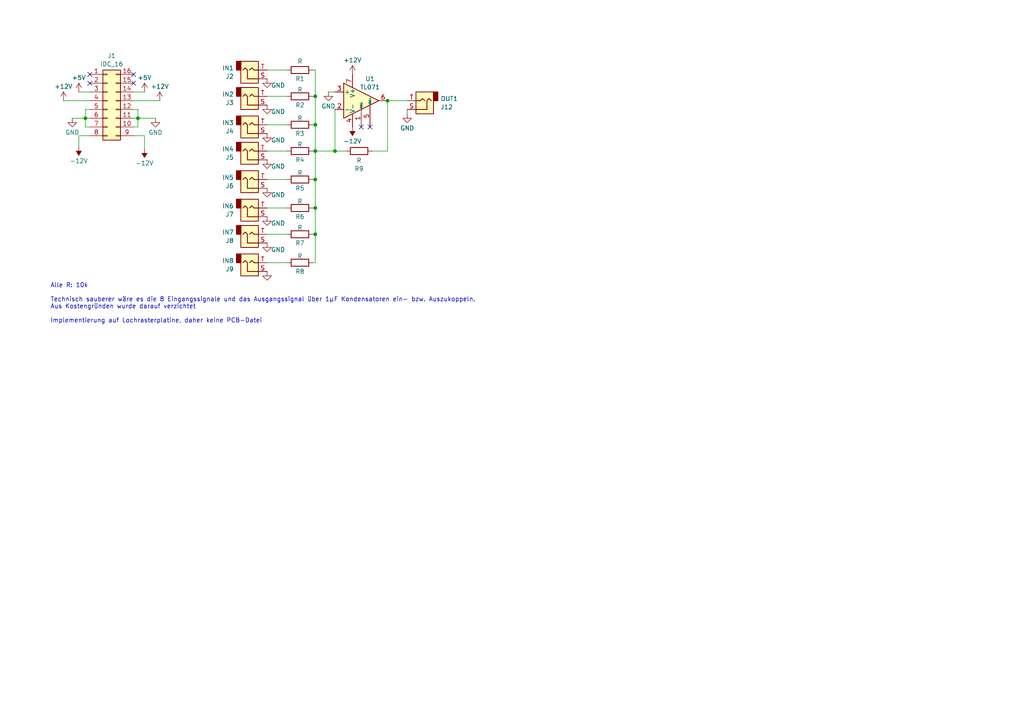
<source format=kicad_sch>
(kicad_sch (version 20230121) (generator eeschema)
  (paper "A4")
  (title_block (title "Summierer"))
  (lib_symbols
    (symbol "Amplifier_Operational:TL071" (pin_names (offset 0.127))
      (property "Reference" "U" (at 0 6.35 0))
      (property "Value" "TL071" (at 0 3.81 0))
      (symbol "TL071_0_1"
        (polyline (pts (xy -5.08 5.08) (xy 5.08 0) (xy -5.08 -5.08) (xy -5.08 5.08)) (stroke (width 0.254)) (fill (type background)))
      )
      (symbol "TL071_1_1"
        (pin input line (at 0 -7.62 90) (length 5.08) (name "NULL") (number "1"))
        (pin input line (at -7.62 -2.54 0) (length 2.54) (name "-") (number "2"))
        (pin input line (at -7.62 2.54 0) (length 2.54) (name "+") (number "3"))
        (pin power_in line (at -2.54 -7.62 90) (length 3.81) (name "V-") (number "4"))
        (pin input line (at 2.54 -7.62 90) (length 6.35) (name "NULL") (number "5"))
        (pin output line (at 7.62 0 180) (length 2.54) (name "~") (number "6"))
        (pin power_in line (at -2.54 7.62 270) (length 3.81) (name "V+") (number "7"))
        (pin no_connect line (at 0 2.54 270) (length 2.54) hide (name "NC") (number "8"))
      )
    )
    (symbol "Connector_Audio:AudioJack2"
      (property "Reference" "J" (at 0 8.89 0))
      (property "Value" "AudioJack2" (at 0 6.35 0))
      (symbol "AudioJack2_0_1"
        (rectangle (start -3.81 0) (end -2.54 -2.54) (stroke (width 0.254)) (fill (type outline)))
        (rectangle (start -2.54 3.81) (end 2.54 -2.54) (stroke (width 0.254)) (fill (type background)))
        (polyline (pts (xy 0 0) (xy 0.635 -0.635) (xy 1.27 0) (xy 2.54 0)) (stroke (width 0.254)))
        (polyline (pts (xy 2.54 2.54) (xy -0.635 2.54) (xy -0.635 0) (xy -1.27 -0.635) (xy -1.905 0)) (stroke (width 0.254)))
      )
      (symbol "AudioJack2_1_1"
        (pin passive line (at 5.08 2.54 180) (length 2.54) (name "~") (number "S"))
        (pin passive line (at 5.08 0 180) (length 2.54) (name "~") (number "T"))
      )
    )
    (symbol "Connector_Generic:Conn_02x08_Counter_Clockwise" (pin_names (offset 1.016) hide)
      (property "Reference" "J" (at 1.27 10.16 0))
      (property "Value" "Conn_02x08_Counter_Clockwise" (at 1.27 -12.7 0))
      (symbol "Conn_02x08_Counter_Clockwise_1_1"
        (rectangle (start -1.27 -10.033) (end 0 -10.287) (stroke (width 0.1524)))
        (rectangle (start -1.27 -7.493) (end 0 -7.747) (stroke (width 0.1524)))
        (rectangle (start -1.27 -4.953) (end 0 -5.207) (stroke (width 0.1524)))
        (rectangle (start -1.27 -2.413) (end 0 -2.667) (stroke (width 0.1524)))
        (rectangle (start -1.27 0.127) (end 0 -0.127) (stroke (width 0.1524)))
        (rectangle (start -1.27 2.667) (end 0 2.413) (stroke (width 0.1524)))
        (rectangle (start -1.27 5.207) (end 0 4.953) (stroke (width 0.1524)))
        (rectangle (start -1.27 7.747) (end 0 7.493) (stroke (width 0.1524)))
        (rectangle (start -1.27 8.89) (end 3.81 -11.43) (stroke (width 0.254)) (fill (type background)))
        (rectangle (start 3.81 -10.033) (end 2.54 -10.287) (stroke (width 0.1524)))
        (rectangle (start 3.81 -7.493) (end 2.54 -7.747) (stroke (width 0.1524)))
        (rectangle (start 3.81 -4.953) (end 2.54 -5.207) (stroke (width 0.1524)))
        (rectangle (start 3.81 -2.413) (end 2.54 -2.667) (stroke (width 0.1524)))
        (rectangle (start 3.81 0.127) (end 2.54 -0.127) (stroke (width 0.1524)))
        (rectangle (start 3.81 2.667) (end 2.54 2.413) (stroke (width 0.1524)))
        (rectangle (start 3.81 5.207) (end 2.54 4.953) (stroke (width 0.1524)))
        (rectangle (start 3.81 7.747) (end 2.54 7.493) (stroke (width 0.1524)))
        (pin passive line (at -5.08 7.62 0) (length 3.81) (name "Pin_1") (number "1"))
        (pin passive line (at 7.62 -7.62 180) (length 3.81) (name "Pin_10") (number "10"))
        (pin passive line (at 7.62 -5.08 180) (length 3.81) (name "Pin_11") (number "11"))
        (pin passive line (at 7.62 -2.54 180) (length 3.81) (name "Pin_12") (number "12"))
        (pin passive line (at 7.62 0 180) (length 3.81) (name "Pin_13") (number "13"))
        (pin passive line (at 7.62 2.54 180) (length 3.81) (name "Pin_14") (number "14"))
        (pin passive line (at 7.62 5.08 180) (length 3.81) (name "Pin_15") (number "15"))
        (pin passive line (at 7.62 7.62 180) (length 3.81) (name "Pin_16") (number "16"))
        (pin passive line (at -5.08 5.08 0) (length 3.81) (name "Pin_2") (number "2"))
        (pin passive line (at -5.08 2.54 0) (length 3.81) (name "Pin_3") (number "3"))
        (pin passive line (at -5.08 0 0) (length 3.81) (name "Pin_4") (number "4"))
        (pin passive line (at -5.08 -2.54 0) (length 3.81) (name "Pin_5") (number "5"))
        (pin passive line (at -5.08 -5.08 0) (length 3.81) (name "Pin_6") (number "6"))
        (pin passive line (at -5.08 -7.62 0) (length 3.81) (name "Pin_7") (number "7"))
        (pin passive line (at -5.08 -10.16 0) (length 3.81) (name "Pin_8") (number "8"))
        (pin passive line (at 7.62 -10.16 180) (length 3.81) (name "Pin_9") (number "9"))
      )
    )
    (symbol "Device:R" (pin_numbers hide) (pin_names (offset 0))
      (property "Reference" "R" (at 2.032 0 90))
      (property "Value" "R" (at 0 0 90))
      (symbol "R_0_1"
        (rectangle (start -1.016 -2.54) (end 1.016 2.54) (stroke (width 0.254)))
      )
      (symbol "R_1_1"
        (pin passive line (at 0 3.81 270) (length 1.27) (name "~") (number "1"))
        (pin passive line (at 0 -3.81 90) (length 1.27) (name "~") (number "2"))
      )
    )
    (symbol "power:+12V" (power) (pin_names (offset 0))
      (property "Value" "+12V" (at 0 3.556 0))
      (symbol "+12V_0_1"
        (polyline (pts (xy -0.762 1.27) (xy 0 2.54)))
        (polyline (pts (xy 0 0) (xy 0 2.54)))
        (polyline (pts (xy 0 2.54) (xy 0.762 1.27)))
      )
      (symbol "+12V_1_1"
        (pin power_in line (at 0 0 90) (length 0) hide (name "+12V") (number "1"))
      )
    )
    (symbol "power:+5V" (power) (pin_names (offset 0))
      (property "Value" "+5V" (at 0 3.556 0))
      (symbol "+5V_0_1"
        (polyline (pts (xy -0.762 1.27) (xy 0 2.54)))
        (polyline (pts (xy 0 0) (xy 0 2.54)))
        (polyline (pts (xy 0 2.54) (xy 0.762 1.27)))
      )
      (symbol "+5V_1_1"
        (pin power_in line (at 0 0 90) (length 0) hide (name "+5V") (number "1"))
      )
    )
    (symbol "power:-12V" (power) (pin_names (offset 0))
      (property "Value" "-12V" (at 0 3.81 0))
      (symbol "-12V_0_0"
        (pin power_in line (at 0 0 90) (length 0) hide (name "-12V") (number "1"))
      )
      (symbol "-12V_0_1"
        (polyline (pts (xy 0 0) (xy 0 1.27) (xy 0.762 1.27) (xy 0 2.54) (xy -0.762 1.27) (xy 0 1.27)) (fill (type outline)))
      )
    )
    (symbol "power:GND" (power) (pin_names (offset 0))
      (property "Value" "GND" (at 0 -3.81 0))
      (symbol "GND_0_1"
        (polyline (pts (xy 0 0) (xy 0 -1.27) (xy 1.27 -1.27) (xy 0 -2.54) (xy -1.27 -1.27) (xy 0 -1.27)))
      )
      (symbol "GND_1_1"
        (pin power_in line (at 0 0 270) (length 0) hide (name "GND") (number "1"))
      )
    )
  )
  (junction (at 112.395 29.21))
  (junction (at 24.765 34.29))
  (junction (at 97.155 43.815))
  (junction (at 91.44 27.94))
  (junction (at 91.44 43.815))
  (junction (at 91.44 36.195))
  (junction (at 40.005 34.29))
  (junction (at 91.44 60.325))
  (junction (at 91.44 52.07))
  (junction (at 91.44 67.945))
  (no_connect (at 26.035 21.59))
  (no_connect (at 38.735 21.59))
  (no_connect (at 107.315 36.83))
  (no_connect (at 26.035 24.13))
  (no_connect (at 38.735 24.13))
  (no_connect (at 104.775 36.83))
  (wire (pts (xy 90.805 60.325) (xy 91.44 60.325)))
  (wire (pts (xy 77.47 27.94) (xy 83.185 27.94)))
  (wire (pts (xy 112.395 29.21) (xy 112.395 43.815)))
  (wire (pts (xy 77.47 20.32) (xy 83.185 20.32)))
  (wire (pts (xy 95.25 26.67) (xy 97.155 26.67)))
  (wire (pts (xy 22.86 42.545) (xy 22.86 39.37)))
  (wire (pts (xy 100.33 43.815) (xy 97.155 43.815)))
  (wire (pts (xy 40.005 34.29) (xy 40.005 36.83)))
  (wire (pts (xy 22.86 39.37) (xy 26.035 39.37)))
  (wire (pts (xy 38.735 36.83) (xy 40.005 36.83)))
  (wire (pts (xy 91.44 36.195) (xy 91.44 27.94)))
  (wire (pts (xy 91.44 27.94) (xy 91.44 20.32)))
  (wire (pts (xy 20.955 34.29) (xy 24.765 34.29)))
  (wire (pts (xy 90.805 36.195) (xy 91.44 36.195)))
  (wire (pts (xy 90.805 52.07) (xy 91.44 52.07)))
  (wire (pts (xy 24.765 34.29) (xy 26.035 34.29)))
  (wire (pts (xy 18.415 29.21) (xy 26.035 29.21)))
  (wire (pts (xy 90.805 76.2) (xy 91.44 76.2)))
  (wire (pts (xy 77.47 60.325) (xy 83.185 60.325)))
  (wire (pts (xy 91.44 20.32) (xy 90.805 20.32)))
  (wire (pts (xy 24.765 36.83) (xy 26.035 36.83)))
  (wire (pts (xy 38.735 29.21) (xy 46.355 29.21)))
  (wire (pts (xy 91.44 67.945) (xy 91.44 60.325)))
  (wire (pts (xy 112.395 43.815) (xy 107.95 43.815)))
  (wire (pts (xy 97.155 43.815) (xy 97.155 31.75)))
  (wire (pts (xy 77.47 67.945) (xy 83.185 67.945)))
  (wire (pts (xy 38.735 31.75) (xy 40.005 31.75)))
  (wire (pts (xy 77.47 43.815) (xy 83.185 43.815)))
  (wire (pts (xy 41.91 39.37) (xy 41.91 43.18)))
  (wire (pts (xy 38.735 34.29) (xy 40.005 34.29)))
  (wire (pts (xy 91.44 43.815) (xy 91.44 36.195)))
  (wire (pts (xy 24.765 31.75) (xy 24.765 34.29)))
  (wire (pts (xy 40.005 34.29) (xy 45.085 34.29)))
  (wire (pts (xy 40.005 31.75) (xy 40.005 34.29)))
  (wire (pts (xy 91.44 76.2) (xy 91.44 67.945)))
  (wire (pts (xy 41.91 39.37) (xy 38.735 39.37)))
  (wire (pts (xy 91.44 60.325) (xy 91.44 52.07)))
  (wire (pts (xy 38.735 26.67) (xy 41.91 26.67)))
  (wire (pts (xy 91.44 43.815) (xy 97.155 43.815)))
  (wire (pts (xy 90.805 43.815) (xy 91.44 43.815)))
  (wire (pts (xy 22.86 26.67) (xy 26.035 26.67)))
  (wire (pts (xy 91.44 52.07) (xy 91.44 43.815)))
  (wire (pts (xy 77.47 52.07) (xy 83.185 52.07)))
  (wire (pts (xy 26.035 31.75) (xy 24.765 31.75)))
  (wire (pts (xy 90.805 67.945) (xy 91.44 67.945)))
  (wire (pts (xy 77.47 76.2) (xy 83.185 76.2)))
  (wire (pts (xy 90.805 27.94) (xy 91.44 27.94)))
  (wire (pts (xy 24.765 34.29) (xy 24.765 36.83)))
  (wire (pts (xy 112.395 29.21) (xy 118.11 29.21)))
  (wire (pts (xy 77.47 36.195) (xy 83.185 36.195)))
  (wire (pts (xy 118.11 31.75) (xy 118.11 33.02)))
  (text "Alle R: 10k\n\nTechnisch sauberer wäre es die 8 Eingangssignale und das Ausgangssignal über 1µF Kondensatoren ein- bzw. Auszukoppeln.\nAus Kostengründen wurde darauf verzichtet\n\nImplementierung auf Lochrasterplatine, daher keine PCB-Datei\n\n" (at 14.605 95.885 0) (effects (font (size 1.27 1.27)) (justify left bottom)))
  (symbol (lib_id "power:GND") (at 77.47 78.74 0) (unit 1)
    (property "Reference" "#PWR016" (effects hide))
    (property "Value" "GND" (effects hide))
  )
  (symbol (lib_id "Connector_Audio:AudioJack2") (at 72.39 52.07 0) (mirror x) (unit 1)
    (property "Reference" "J6" (at 67.818 53.9171 0) (effects (justify right)))
    (property "Value" "IN5" (at 67.818 51.4929 0) (effects (justify right)))
  )
  (symbol (lib_id "power:-12V") (at 41.91 43.18 180) (unit 1)
    (property "Reference" "#PWR01" (effects hide))
    (property "Value" "-12V" (at 41.91 47.3131 0))
  )
  (symbol (lib_id "Connector_Audio:AudioJack2") (at 72.39 67.945 0) (mirror x) (unit 1)
    (property "Reference" "J8" (at 67.818 69.7921 0) (effects (justify right)))
    (property "Value" "IN7" (at 67.818 67.3679 0) (effects (justify right)))
  )
  (symbol (lib_id "power:GND") (at 20.955 34.29 0) (unit 1)
    (property "Reference" "#PWR04" (effects hide))
    (property "Value" "GND" (at 20.955 38.4231 0))
  )
  (symbol (lib_id "Device:R") (at 86.995 76.2 90) (unit 1)
    (property "Reference" "R8" (at 86.995 78.74 90))
    (property "Value" "R" (at 86.995 74.295 90))
  )
  (symbol (lib_id "power:GND") (at 77.47 30.48 0) (unit 1)
    (property "Reference" "#PWR010" (effects hide))
    (property "Value" "GND" (at 80.645 32.385 0))
  )
  (symbol (lib_id "Amplifier_Operational:TL071") (at 104.775 29.21 0) (unit 1)
    (property "Reference" "U1" (at 107.315 22.86 0))
    (property "Value" "TL071" (at 107.315 25.2842 0))
    (property "Datasheet" "http://www.ti.com/lit/ds/symlink/tl071.pdf" (effects hide))
  )
  (symbol (lib_id "power:-12V") (at 22.86 42.545 180) (unit 1)
    (property "Reference" "#PWR02" (effects hide))
    (property "Value" "-12V" (at 22.86 46.6781 0))
  )
  (symbol (lib_id "Device:R") (at 86.995 27.94 90) (unit 1)
    (property "Reference" "R2" (at 86.995 30.48 90))
    (property "Value" "R" (at 86.995 26.035 90))
  )
  (symbol (lib_id "power:GND") (at 77.47 54.61 0) (unit 1)
    (property "Reference" "#PWR013" (effects hide))
    (property "Value" "GND" (at 80.645 56.515 0))
  )
  (symbol (lib_id "power:GND") (at 77.47 46.355 0) (unit 1)
    (property "Reference" "#PWR012" (effects hide))
    (property "Value" "GND" (at 80.645 48.26 0))
  )
  (symbol (lib_id "Device:R") (at 86.995 60.325 90) (unit 1)
    (property "Reference" "R6" (at 86.995 62.865 90))
    (property "Value" "R" (at 86.995 58.42 90))
  )
  (symbol (lib_id "Connector_Audio:AudioJack2") (at 72.39 36.195 0) (mirror x) (unit 1)
    (property "Reference" "J4" (at 67.818 38.0421 0) (effects (justify right)))
    (property "Value" "IN3" (at 67.818 35.6179 0) (effects (justify right)))
  )
  (symbol (lib_id "Connector_Audio:AudioJack2") (at 72.39 60.325 0) (mirror x) (unit 1)
    (property "Reference" "J7" (at 67.818 62.1721 0) (effects (justify right)))
    (property "Value" "IN6" (at 67.818 59.7479 0) (effects (justify right)))
  )
  (symbol (lib_id "power:GND") (at 77.47 38.735 0) (unit 1)
    (property "Reference" "#PWR011" (effects hide))
    (property "Value" "GND" (at 80.645 40.64 0))
  )
  (symbol (lib_id "power:+5V") (at 22.86 26.67 0) (unit 1)
    (property "Reference" "#PWR08" (effects hide))
    (property "Value" "+5V" (at 22.86 22.5369 0))
  )
  (symbol (lib_id "Device:R") (at 86.995 20.32 90) (unit 1)
    (property "Reference" "R1" (at 86.995 22.86 90))
    (property "Value" "R" (at 86.995 17.78 90))
  )
  (symbol (lib_id "power:GND") (at 45.085 34.29 0) (unit 1)
    (property "Reference" "#PWR03" (effects hide))
    (property "Value" "GND" (at 45.085 38.4231 0))
  )
  (symbol (lib_id "power:GND") (at 118.11 33.02 0) (unit 1)
    (property "Reference" "#PWR022" (effects hide))
    (property "Value" "GND" (at 118.11 37.1531 0))
  )
  (symbol (lib_id "Connector_Generic:Conn_02x08_Counter_Clockwise") (at 31.115 29.21 0) (unit 1)
    (property "Reference" "J1" (at 32.385 16.1757 0))
    (property "Value" "IDC_16" (at 32.385 18.5999 0))
  )
  (symbol (lib_id "power:GND") (at 77.47 22.86 0) (unit 1)
    (property "Reference" "#PWR09" (effects hide))
    (property "Value" "GND" (at 80.645 24.765 0))
  )
  (symbol (lib_id "power:+12V") (at 102.235 21.59 0) (unit 1)
    (property "Reference" "#PWR020" (effects hide))
    (property "Value" "+12V" (at 102.235 17.4569 0))
  )
  (symbol (lib_id "Connector_Audio:AudioJack2") (at 72.39 20.32 0) (mirror x) (unit 1)
    (property "Reference" "J2" (at 67.818 22.1671 0) (effects (justify right)))
    (property "Value" "IN1" (at 67.818 19.7429 0) (effects (justify right)))
  )
  (symbol (lib_id "Device:R") (at 86.995 67.945 90) (unit 1)
    (property "Reference" "R7" (at 86.995 70.485 90))
    (property "Value" "R" (at 86.995 66.04 90))
  )
  (symbol (lib_id "Device:R") (at 86.995 36.195 90) (unit 1)
    (property "Reference" "R3" (at 86.995 38.735 90))
    (property "Value" "R" (at 86.995 34.29 90))
  )
  (symbol (lib_id "power:GND") (at 77.47 62.865 0) (unit 1)
    (property "Reference" "#PWR014" (effects hide))
    (property "Value" "GND" (at 80.645 64.77 0))
  )
  (symbol (lib_id "Connector_Audio:AudioJack2") (at 72.39 76.2 0) (mirror x) (unit 1)
    (property "Reference" "J9" (at 67.818 78.0471 0) (effects (justify right)))
    (property "Value" "IN8" (at 67.818 75.6229 0) (effects (justify right)))
  )
  (symbol (lib_id "power:GND") (at 77.47 70.485 0) (unit 1)
    (property "Reference" "#PWR015" (effects hide))
    (property "Value" "GND" (at 80.645 72.39 0))
  )
  (symbol (lib_id "Device:R") (at 104.14 43.815 90) (unit 1)
    (property "Reference" "R9" (at 104.14 48.9753 90))
    (property "Value" "R" (at 104.14 46.5511 90))
  )
  (symbol (lib_id "power:+12V") (at 18.415 29.21 0) (unit 1)
    (property "Reference" "#PWR06" (effects hide))
    (property "Value" "+12V" (at 18.415 25.0769 0))
  )
  (symbol (lib_id "Device:R") (at 86.995 52.07 90) (unit 1)
    (property "Reference" "R5" (at 86.995 54.61 90))
    (property "Value" "R" (at 86.995 50.165 90))
  )
  (symbol (lib_id "power:+5V") (at 41.91 26.67 0) (unit 1)
    (property "Reference" "#PWR07" (effects hide))
    (property "Value" "+5V" (at 41.91 22.5369 0))
  )
  (symbol (lib_id "power:+12V") (at 46.355 29.21 0) (unit 1)
    (property "Reference" "#PWR05" (effects hide))
    (property "Value" "+12V" (at 46.355 25.0769 0))
  )
  (symbol (lib_id "Connector_Audio:AudioJack2") (at 123.19 29.21 180) (unit 1)
    (property "Reference" "J12" (at 127.762 31.0571 0) (effects (justify right)))
    (property "Value" "OUT1" (at 127.762 28.6329 0) (effects (justify right)))
  )
  (symbol (lib_id "power:-12V") (at 102.235 36.83 180) (unit 1)
    (property "Reference" "#PWR021" (effects hide))
    (property "Value" "-12V" (at 102.235 40.9631 0))
  )
  (symbol (lib_id "power:GND") (at 95.25 26.67 0) (unit 1)
    (property "Reference" "#PWR019" (effects hide))
    (property "Value" "GND" (at 95.25 30.8031 0))
  )
  (symbol (lib_id "Device:R") (at 86.995 43.815 90) (unit 1)
    (property "Reference" "R4" (at 86.995 46.355 90))
    (property "Value" "R" (at 86.995 41.91 90))
  )
  (symbol (lib_id "Connector_Audio:AudioJack2") (at 72.39 27.94 0) (mirror x) (unit 1)
    (property "Reference" "J3" (at 67.818 29.7871 0) (effects (justify right)))
    (property "Value" "IN2" (at 67.818 27.3629 0) (effects (justify right)))
  )
  (symbol (lib_id "Connector_Audio:AudioJack2") (at 72.39 43.815 0) (mirror x) (unit 1)
    (property "Reference" "J5" (at 67.818 45.6621 0) (effects (justify right)))
    (property "Value" "IN4" (at 67.818 43.2379 0) (effects (justify right)))
  )
)
</source>
